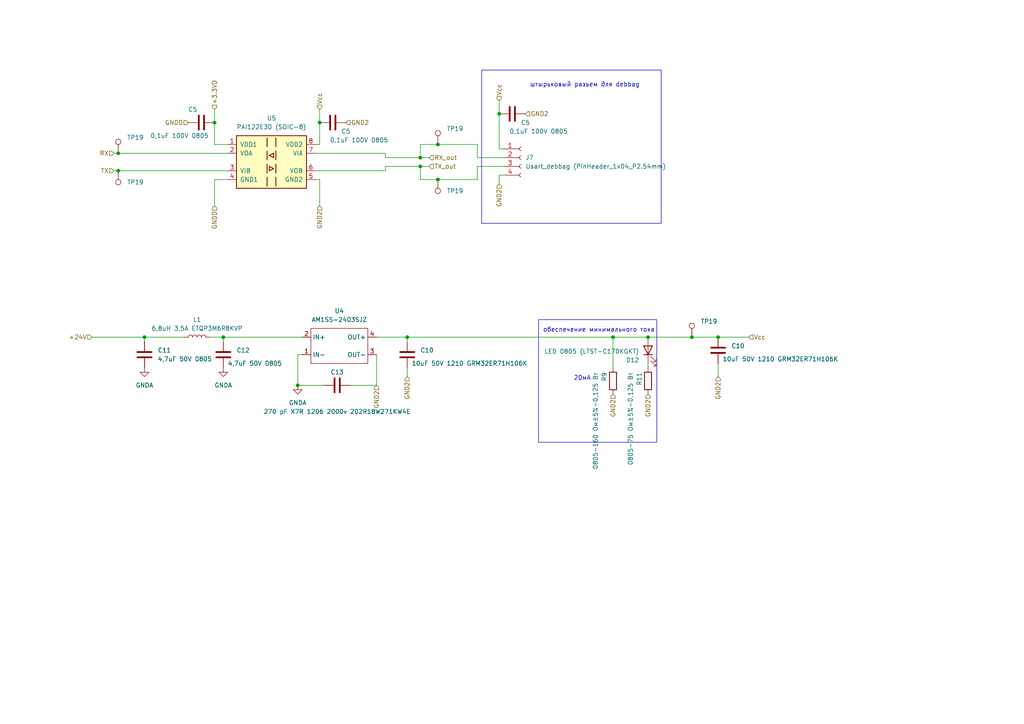
<source format=kicad_sch>
(kicad_sch (version 20230121) (generator eeschema)
  (paper "A4")
  (lib_symbols
    (symbol "Connector:Conn_01x04_Socket" (pin_names (offset 1.016) hide)
      (property "Reference" "J" (at 0 5.08 0))
      (property "Value" "Conn_01x04_Socket" (at 0 -7.62 0))
      (symbol "Conn_01x04_Socket_1_1"
        (arc (start 0 -4.572) (mid -0.5058 -5.08) (end 0 -5.588) (stroke (width 0.1524)))
        (arc (start 0 -2.032) (mid -0.5058 -2.54) (end 0 -3.048) (stroke (width 0.1524)))
        (polyline (pts (xy -1.27 -5.08) (xy -0.508 -5.08)) (stroke (width 0.1524)))
        (polyline (pts (xy -1.27 -2.54) (xy -0.508 -2.54)) (stroke (width 0.1524)))
        (polyline (pts (xy -1.27 0) (xy -0.508 0)) (stroke (width 0.1524)))
        (polyline (pts (xy -1.27 2.54) (xy -0.508 2.54)) (stroke (width 0.1524)))
        (arc (start 0 0.508) (mid -0.5058 0) (end 0 -0.508) (stroke (width 0.1524)))
        (arc (start 0 3.048) (mid -0.5058 2.54) (end 0 2.032) (stroke (width 0.1524)))
        (pin passive line (at -5.08 2.54 0) (length 3.81) (name "Pin_1") (number "1"))
        (pin passive line (at -5.08 0 0) (length 3.81) (name "Pin_2") (number "2"))
        (pin passive line (at -5.08 -2.54 0) (length 3.81) (name "Pin_3") (number "3"))
        (pin passive line (at -5.08 -5.08 0) (length 3.81) (name "Pin_4") (number "4"))
      )
    )
    (symbol "Connector:TestPoint" (pin_numbers hide) (pin_names (offset 0.762) hide)
      (property "Reference" "TP" (at 0 6.858 0))
      (property "Value" "TestPoint" (at 0 5.08 0))
      (symbol "TestPoint_0_1"
        (circle (center 0 3.302) (radius 0.762))
      )
      (symbol "TestPoint_1_1"
        (pin passive line (at 0 0 90) (length 2.54) (name "1") (number "1"))
      )
    )
    (symbol "Converter_DCDC:AM1SS-"
      (property "Reference" "U" (at -1.27 2.54 0))
      (property "Value" "AM1SS-" (at 0 0 0))
      (symbol "AM1SS-_0_1"
        (rectangle (start -6.35 -2.54) (end 10.16 -12.7))
      )
      (symbol "AM1SS-_1_1"
        (pin input line (at -8.89 -5.08 0) (length 2.56) (name "IN-") (number "1"))
        (pin input line (at -8.89 -10.16 0) (length 2.56) (name "IN+") (number "2"))
        (pin output line (at 12.7 -5.08 180) (length 2.56) (name "OUT-") (number "3"))
        (pin output line (at 12.7 -10.16 180) (length 2.56) (name "OUT+") (number "4"))
      )
    )
    (symbol "Device:C" (pin_numbers hide) (pin_names (offset 0.254))
      (property "Reference" "C" (at 0.635 2.54 0))
      (property "Value" "C" (at 0.635 -2.54 0))
      (symbol "C_0_1"
        (polyline (pts (xy -2.032 -0.762) (xy 2.032 -0.762)) (stroke (width 0.508)))
        (polyline (pts (xy -2.032 0.762) (xy 2.032 0.762)) (stroke (width 0.508)))
      )
      (symbol "C_1_1"
        (pin passive line (at 0 3.81 270) (length 2.794) (name "~") (number "1"))
        (pin passive line (at 0 -3.81 90) (length 2.794) (name "~") (number "2"))
      )
    )
    (symbol "Device:L" (pin_numbers hide) (pin_names (offset 1.016) hide)
      (property "Reference" "L" (at -1.27 0 90))
      (property "Value" "L" (at 1.905 0 90))
      (symbol "L_0_1"
        (arc (start 0 -2.54) (mid 0.6323 -1.905) (end 0 -1.27))
        (arc (start 0 -1.27) (mid 0.6323 -0.635) (end 0 0))
        (arc (start 0 0) (mid 0.6323 0.635) (end 0 1.27))
        (arc (start 0 1.27) (mid 0.6323 1.905) (end 0 2.54))
      )
      (symbol "L_1_1"
        (pin passive line (at 0 3.81 270) (length 1.27) (name "1") (number "1"))
        (pin passive line (at 0 -3.81 90) (length 1.27) (name "2") (number "2"))
      )
    )
    (symbol "Device:LED" (pin_numbers hide) (pin_names (offset 1.016) hide)
      (property "Reference" "D" (at 0 2.54 0))
      (property "Value" "LED" (at 0 -2.54 0))
      (symbol "LED_0_1"
        (polyline (pts (xy -1.27 -1.27) (xy -1.27 1.27)) (stroke (width 0.254)))
        (polyline (pts (xy -1.27 0) (xy 1.27 0)))
        (polyline (pts (xy 1.27 -1.27) (xy 1.27 1.27) (xy -1.27 0) (xy 1.27 -1.27)) (stroke (width 0.254)))
        (polyline (pts (xy -3.048 -0.762) (xy -4.572 -2.286) (xy -3.81 -2.286) (xy -4.572 -2.286) (xy -4.572 -1.524)))
        (polyline (pts (xy -1.778 -0.762) (xy -3.302 -2.286) (xy -2.54 -2.286) (xy -3.302 -2.286) (xy -3.302 -1.524)))
      )
      (symbol "LED_1_1"
        (pin passive line (at -3.81 0 0) (length 2.54) (name "K") (number "1"))
        (pin passive line (at 3.81 0 180) (length 2.54) (name "A") (number "2"))
      )
    )
    (symbol "Device:R" (pin_numbers hide) (pin_names (offset 0))
      (property "Reference" "R" (at 2.032 0 90))
      (property "Value" "R" (at 0 0 90))
      (symbol "R_0_1"
        (rectangle (start -1.016 -2.54) (end 1.016 2.54) (stroke (width 0.254)))
      )
      (symbol "R_1_1"
        (pin passive line (at 0 3.81 270) (length 1.27) (name "~") (number "1"))
        (pin passive line (at 0 -3.81 90) (length 1.27) (name "~") (number "2"))
      )
    )
    (symbol "Isolator:Pai122E3X" (pin_names (offset 1.016))
      (property "Reference" "U" (at -10.16 8.89 0))
      (property "Value" "Pai122E3X" (at -2.032 8.89 0))
      (symbol "Pai122E3X_0_1"
        (rectangle (start -10.16 7.62) (end 10.16 -7.62) (stroke (width 0.254)) (fill (type background)))
        (polyline (pts (xy -1.27 -4.445) (xy -1.27 -6.985)) (stroke (width 0.254)))
        (polyline (pts (xy -1.27 -0.635) (xy -1.27 -3.175)) (stroke (width 0.254)))
        (polyline (pts (xy -1.27 3.175) (xy -1.27 0.635)) (stroke (width 0.254)))
        (polyline (pts (xy -1.27 6.985) (xy -1.27 4.445)) (stroke (width 0.254)))
        (polyline (pts (xy 1.27 -4.445) (xy 1.27 -6.985)) (stroke (width 0.254)))
        (polyline (pts (xy 1.27 -0.635) (xy 1.27 -3.175)) (stroke (width 0.254)))
        (polyline (pts (xy 1.27 3.175) (xy 1.27 0.635)) (stroke (width 0.254)))
        (polyline (pts (xy 1.27 6.985) (xy 1.27 4.445)) (stroke (width 0.254)))
        (polyline (pts (xy -0.635 -1.27) (xy -0.635 -2.54) (xy 0.635 -1.905) (xy -0.635 -1.27)) (stroke (width 0.254)))
        (polyline (pts (xy 0.635 2.54) (xy 0.635 1.27) (xy -0.635 1.905) (xy 0.635 2.54)) (stroke (width 0.254)))
      )
      (symbol "Pai122E3X_1_1"
        (pin power_in line (at -12.7 5.08 0) (length 2.54) (name "VDD1") (number "1"))
        (pin output line (at -12.7 2.54 0) (length 2.54) (name "VOA") (number "2"))
        (pin input line (at -12.7 -2.54 0) (length 2.54) (name "VIB") (number "3"))
        (pin power_in line (at -12.7 -5.08 0) (length 2.54) (name "GND1") (number "4"))
        (pin power_in line (at 12.7 -5.08 180) (length 2.54) (name "GND2") (number "5"))
        (pin output line (at 12.7 -2.54 180) (length 2.54) (name "VOB") (number "6"))
        (pin input line (at 12.7 2.54 180) (length 2.54) (name "VIA") (number "7"))
        (pin power_in line (at 12.7 5.08 180) (length 2.54) (name "VDD2") (number "8"))
      )
    )
    (symbol "PCM_4ms_Power-symbol:GNDA" (power) (pin_numbers hide) (pin_names (offset 0) hide)
      (property "Value" "GNDA" (at 0 -3.81 0))
      (symbol "GNDA_0_1"
        (polyline (pts (xy 0 0) (xy 0 -1.27) (xy 1.27 -1.27) (xy 0 -2.54) (xy -1.27 -1.27) (xy 0 -1.27)))
      )
      (symbol "GNDA_1_1"
        (pin power_in line (at 0 0 270) (length 0) hide (name "GNDA") (number "1"))
      )
    )
  )
  (junction (at 86.36 111.76))
  (junction (at 144.78 33.02))
  (junction (at 121.92 48.26))
  (junction (at 92.71 35.56))
  (junction (at 208.28 97.79))
  (junction (at 187.96 97.79))
  (junction (at 41.91 97.79))
  (junction (at 177.8 97.79))
  (junction (at 34.29 49.53))
  (junction (at 62.23 35.56))
  (junction (at 127 41.91))
  (junction (at 121.92 45.72))
  (junction (at 34.29 44.45))
  (junction (at 127 52.07))
  (junction (at 64.77 97.79))
  (junction (at 118.11 97.79))
  (junction (at 200.66 97.79))
  (wire (pts (xy 86.36 102.87) (xy 86.36 111.76)))
  (wire (pts (xy 109.22 97.79) (xy 118.11 97.79)))
  (wire (pts (xy 187.96 97.79) (xy 177.8 97.79)))
  (wire (pts (xy 144.78 50.8) (xy 144.78 53.34)))
  (wire (pts (xy 92.71 35.56) (xy 92.71 41.91)))
  (wire (pts (xy 34.29 49.53) (xy 66.04 49.53)))
  (wire (pts (xy 187.96 106.68) (xy 187.96 105.41)))
  (wire (pts (xy 111.76 44.45) (xy 111.76 45.72)))
  (wire (pts (xy 138.43 52.07) (xy 127 52.07)))
  (wire (pts (xy 127 41.91) (xy 121.92 41.91)))
  (wire (pts (xy 146.05 50.8) (xy 144.78 50.8)))
  (wire (pts (xy 86.36 111.76) (xy 93.98 111.76)))
  (wire (pts (xy 66.04 52.07) (xy 62.23 52.07)))
  (wire (pts (xy 33.02 49.53) (xy 34.29 49.53)))
  (wire (pts (xy 217.17 97.79) (xy 208.28 97.79)))
  (wire (pts (xy 91.44 52.07) (xy 92.71 52.07)))
  (wire (pts (xy 109.22 102.87) (xy 109.22 111.76)))
  (wire (pts (xy 127 52.07) (xy 121.92 52.07)))
  (wire (pts (xy 111.76 48.26) (xy 121.92 48.26)))
  (wire (pts (xy 111.76 45.72) (xy 121.92 45.72)))
  (wire (pts (xy 62.23 41.91) (xy 66.04 41.91)))
  (wire (pts (xy 101.6 111.76) (xy 109.22 111.76)))
  (wire (pts (xy 177.8 106.68) (xy 177.8 97.79)))
  (wire (pts (xy 91.44 41.91) (xy 92.71 41.91)))
  (wire (pts (xy 121.92 48.26) (xy 121.92 52.07)))
  (wire (pts (xy 34.29 44.45) (xy 66.04 44.45)))
  (wire (pts (xy 62.23 31.75) (xy 62.23 35.56)))
  (wire (pts (xy 200.66 97.79) (xy 208.28 97.79)))
  (wire (pts (xy 146.05 45.72) (xy 138.43 45.72)))
  (wire (pts (xy 118.11 99.06) (xy 118.11 97.79)))
  (wire (pts (xy 121.92 48.26) (xy 124.46 48.26)))
  (wire (pts (xy 64.77 97.79) (xy 87.63 97.79)))
  (wire (pts (xy 138.43 41.91) (xy 127 41.91)))
  (wire (pts (xy 26.67 97.79) (xy 41.91 97.79)))
  (wire (pts (xy 62.23 52.07) (xy 62.23 59.69)))
  (wire (pts (xy 92.71 52.07) (xy 92.71 59.69)))
  (wire (pts (xy 41.91 97.79) (xy 53.34 97.79)))
  (wire (pts (xy 91.44 49.53) (xy 111.76 49.53)))
  (wire (pts (xy 92.71 31.75) (xy 92.71 35.56)))
  (wire (pts (xy 118.11 106.68) (xy 118.11 109.22)))
  (wire (pts (xy 64.77 99.06) (xy 64.77 97.79)))
  (wire (pts (xy 144.78 29.21) (xy 144.78 33.02)))
  (wire (pts (xy 144.78 33.02) (xy 144.78 43.18)))
  (wire (pts (xy 146.05 48.26) (xy 138.43 48.26)))
  (wire (pts (xy 91.44 44.45) (xy 111.76 44.45)))
  (wire (pts (xy 208.28 105.41) (xy 208.28 109.22)))
  (wire (pts (xy 118.11 97.79) (xy 177.8 97.79)))
  (wire (pts (xy 33.02 44.45) (xy 34.29 44.45)))
  (wire (pts (xy 138.43 48.26) (xy 138.43 52.07)))
  (wire (pts (xy 144.78 43.18) (xy 146.05 43.18)))
  (wire (pts (xy 60.96 97.79) (xy 64.77 97.79)))
  (wire (pts (xy 121.92 41.91) (xy 121.92 45.72)))
  (wire (pts (xy 41.91 99.06) (xy 41.91 97.79)))
  (wire (pts (xy 187.96 97.79) (xy 200.66 97.79)))
  (wire (pts (xy 121.92 45.72) (xy 124.46 45.72)))
  (wire (pts (xy 138.43 45.72) (xy 138.43 41.91)))
  (wire (pts (xy 62.23 35.56) (xy 62.23 41.91)))
  (wire (pts (xy 111.76 49.53) (xy 111.76 48.26)))
  (wire (pts (xy 87.63 102.87) (xy 86.36 102.87)))
  (rectangle (start 156.21 92.71) (end 190.5 128.27))
  (rectangle (start 139.7 20.32) (end 191.77 64.77))
  (text "20мА" (at 166.37 110.49 0) (effects (font (size 1.27 1.27)) (justify left bottom)))
  (text "штырьковый разъем для debbag" (at 153.67 25.4 0) (effects (font (size 1.27 1.27)) (justify left bottom)))
  (text "обеспечение минимального тока" (at 157.48 96.52 0) (effects (font (size 1.27 1.27)) (justify left bottom)))
  (hierarchical_label "TX_out" (shape input) (at 124.46 48.26 0))
  (hierarchical_label "GND2" (shape input) (at 187.96 114.3 270))
  (hierarchical_label "GNDD" (shape input) (at 62.23 59.69 270))
  (hierarchical_label "+3.3VD" (shape input) (at 62.23 31.75 90))
  (hierarchical_label "GND2" (shape input) (at 208.28 109.22 270))
  (hierarchical_label "TX" (shape input) (at 33.02 49.53 180))
  (hierarchical_label "Vcc" (shape input) (at 144.78 29.21 90))
  (hierarchical_label "GND2" (shape input) (at 118.11 109.22 270))
  (hierarchical_label "GND2" (shape input) (at 92.71 59.69 270))
  (hierarchical_label "Vcc" (shape input) (at 217.17 97.79 0))
  (hierarchical_label "RX_out" (shape input) (at 124.46 45.72 0))
  (hierarchical_label "+24V" (shape input) (at 26.67 97.79 180))
  (hierarchical_label "GND2" (shape input) (at 152.4 33.02 0))
  (hierarchical_label "GND2" (shape input) (at 100.33 35.56 0))
  (hierarchical_label "GND2" (shape input) (at 109.22 111.76 270))
  (hierarchical_label "Vcc" (shape input) (at 92.71 31.75 90))
  (hierarchical_label "RX" (shape input) (at 33.02 44.45 180))
  (hierarchical_label "GND2" (shape input) (at 177.8 114.3 270))
  (hierarchical_label "GND2" (shape input) (at 144.78 53.34 270))
  (hierarchical_label "GNDD" (shape input) (at 54.61 35.56 180))
  (symbol (lib_id "Connector:TestPoint") (at 34.29 49.53 180) (unit 1) (in_bom no)
    (property "Reference" "TP19" (at 36.83 52.832 0) (effects (justify right)))
    (property "Value" "TestPoint" (effects hide))
    (property "Footprint" "PCM_4ms_TestPoint:TestPoint_D1" (effects hide))
    (instances (project "Плата симистров" (path "" (reference "TP19") (unit 1))) (project "Плата QR" (path "" (reference "TP1") (unit 1)) (path "" (reference "TP14") (unit 1)) (path "" (reference "TP15") (unit 1))) (project "Плата внешних шаговых двигателей" (path "" (reference "TP21") (unit 1)) (path "" (reference "TP5") (unit 1))))
  )
  (symbol (lib_id "Device:C") (at 118.11 102.87 0) (unit 1)
    (property "Reference" "C10" (at 121.92 101.6 0) (effects (justify left)))
    (property "Value" "10uF 50V 1210 GRM32ER71H106K" (at 119.38 105.41 0) (effects (justify left)))
    (property "Footprint" "PCM_Capacitor_SMD_AKL:C_1210_3225Metric_Pad1.42x2.65mm_HandSolder" (effects hide))
    (instances (project "Плата симистров" (path "" (reference "C10") (unit 1))) (project "Плата QR" (path "" (reference "C10") (unit 1)) (path "" (reference "C19") (unit 1)) (path "" (reference "C23") (unit 1))) (project "Плата внешних шаговых двигателей" (path "" (reference "C10") (unit 1))))
  )
  (symbol (lib_id "Device:C") (at 96.52 35.56 270) (unit 1)
    (property "Reference" "C5" (at 100.33 38.1 90))
    (property "Value" "0,1uF 100V 0805" (at 104.14 40.64 90))
    (property "Footprint" "PCM_Capacitor_SMD_AKL:C_0805_2012Metric_Pad1.18x1.45mm_HandSolder" (effects hide))
    (instances (project "Плата симистров" (path "" (reference "C5") (unit 1))) (project "Плата QR" (path "" (reference "C5") (unit 1)) (path "" (reference "C17") (unit 1)) (path "" (reference "C18") (unit 1))) (project "Плата внешних шаговых двигателей" (path "" (reference "C5") (unit 1))))
  )
  (symbol (lib_id "Connector:TestPoint") (at 34.29 44.45 0) (unit 1) (in_bom no)
    (property "Reference" "TP19" (at 36.83 39.878 0) (effects (justify left)))
    (property "Value" "TestPoint" (effects hide))
    (property "Footprint" "PCM_4ms_TestPoint:TestPoint_D1" (effects hide))
    (instances (project "Плата симистров" (path "" (reference "TP19") (unit 1))) (project "Плата QR" (path "" (reference "TP1") (unit 1)) (path "" (reference "TP12") (unit 1)) (path "" (reference "TP13") (unit 1))) (project "Плата внешних шаговых двигателей" (path "" (reference "TP21") (unit 1)) (path "" (reference "TP5") (unit 1))))
  )
  (symbol (lib_id "PCM_4ms_Power-symbol:GNDA") (at 64.77 106.68 0) (unit 1)
    (property "Reference" "#PWR028" (effects hide))
    (property "Value" "GNDA" (at 64.77 111.76 0))
    (instances (project "Плата симистров" (path "" (reference "#PWR028") (unit 1))) (project "Плата QR" (path "" (reference "#PWR028") (unit 1)) (path "" (reference "#PWR038") (unit 1)) (path "" (reference "#PWR045") (unit 1))) (project "Плата внешних шаговых двигателей" (path "" (reference "#PWR040") (unit 1))))
  )
  (symbol (lib_id "PCM_4ms_Power-symbol:GNDA") (at 86.36 111.76 0) (unit 1)
    (property "Reference" "#PWR030" (effects hide))
    (property "Value" "GNDA" (at 86.36 116.84 0))
    (instances (project "Плата симистров" (path "" (reference "#PWR030") (unit 1))) (project "Плата QR" (path "" (reference "#PWR030") (unit 1)) (path "" (reference "#PWR040") (unit 1)) (path "" (reference "#PWR047") (unit 1))) (project "Плата внешних шаговых двигателей" (path "" (reference "#PWR042") (unit 1))))
  )
  (symbol (lib_id "Device:C") (at 64.77 102.87 0) (unit 1)
    (property "Reference" "C12" (at 68.58 101.6 0) (effects (justify left)))
    (property "Value" "4,7uF 50V 0805" (at 66.04 105.41 0) (effects (justify left)))
    (property "Footprint" "PCM_Capacitor_SMD_AKL:C_0805_2012Metric_Pad1.18x1.45mm_HandSolder" (effects hide))
    (instances (project "Плата симистров" (path "" (reference "C12") (unit 1))) (project "Плата QR" (path "" (reference "C12") (unit 1)) (path "" (reference "C21") (unit 1)) (path "" (reference "C25") (unit 1))) (project "Плата внешних шаговых двигателей" (path "" (reference "C12") (unit 1))))
  )
  (symbol (lib_id "Connector:TestPoint") (at 127 41.91 0) (unit 1) (in_bom no)
    (property "Reference" "TP19" (at 129.54 37.338 0) (effects (justify left)))
    (property "Value" "TestPoint" (effects hide))
    (property "Footprint" "PCM_4ms_TestPoint:TestPoint_D1" (effects hide))
    (instances (project "Плата симистров" (path "" (reference "TP19") (unit 1))) (project "Плата QR" (path "" (reference "TP1") (unit 1)) (path "" (reference "TP16") (unit 1)) (path "" (reference "TP17") (unit 1))) (project "Плата внешних шаговых двигателей" (path "" (reference "TP21") (unit 1)) (path "" (reference "TP5") (unit 1))))
  )
  (symbol (lib_id "PCM_4ms_Power-symbol:GNDA") (at 41.91 106.68 0) (unit 1)
    (property "Reference" "#PWR027" (effects hide))
    (property "Value" "GNDA" (at 41.91 111.76 0))
    (instances (project "Плата симистров" (path "" (reference "#PWR027") (unit 1))) (project "Плата QR" (path "" (reference "#PWR027") (unit 1)) (path "" (reference "#PWR037") (unit 1)) (path "" (reference "#PWR044") (unit 1))) (project "Плата внешних шаговых двигателей" (path "" (reference "#PWR039") (unit 1))))
  )
  (symbol (lib_id "Device:C") (at 97.79 111.76 90) (unit 1)
    (property "Reference" "C13" (at 97.79 107.95 90))
    (property "Value" "270 pF X7R 1206 2000v 202R18W271KW4E" (at 97.79 119.38 90))
    (property "Footprint" "PCM_Capacitor_SMD_Handsoldering_AKL:C_1210_3225Metric_Pad1.42x2.65mm" (effects hide))
    (instances (project "Плата симистров" (path "" (reference "C13") (unit 1))) (project "Плата QR" (path "" (reference "C13") (unit 1)) (path "" (reference "C22") (unit 1)) (path "" (reference "C26") (unit 1))) (project "Плата внешних шаговых двигателей" (path "" (reference "C13") (unit 1))))
  )
  (symbol (lib_id "Device:C") (at 148.59 33.02 270) (unit 1)
    (property "Reference" "C5" (at 152.4 35.56 90))
    (property "Value" "0,1uF 100V 0805" (at 156.21 38.1 90))
    (property "Footprint" "PCM_Capacitor_SMD_AKL:C_0805_2012Metric_Pad1.18x1.45mm_HandSolder" (effects hide))
    (instances (project "Плата симистров" (path "" (reference "C5") (unit 1))) (project "Плата QR" (path "" (reference "C5") (unit 1)) (path "" (reference "C37") (unit 1)) (path "" (reference "C38") (unit 1))) (project "Плата внешних шаговых двигателей" (path "" (reference "C5") (unit 1))))
  )
  (symbol (lib_id "Device:R") (at 177.8 110.49 180) (unit 1)
    (property "Reference" "R9" (at 175.26 107.95 90) (effects (justify left)))
    (property "Value" "0805-160 Ом±5%-0,125 Вт" (at 172.72 107.95 90) (effects (justify left)))
    (property "Footprint" "Resistor_SMD:R_0805_2012Metric_Pad1.20x1.40mm_HandSolder" (effects hide))
    (instances (project "Плата QR" (path "" (reference "R9") (unit 1)) (path "" (reference "R10") (unit 1))))
  )
  (symbol (lib_id "Connector:TestPoint") (at 127 52.07 180) (unit 1) (in_bom no)
    (property "Reference" "TP19" (at 129.54 55.372 0) (effects (justify right)))
    (property "Value" "TestPoint" (effects hide))
    (property "Footprint" "PCM_4ms_TestPoint:TestPoint_D1" (effects hide))
    (instances (project "Плата симистров" (path "" (reference "TP19") (unit 1))) (project "Плата QR" (path "" (reference "TP1") (unit 1)) (path "" (reference "TP18") (unit 1)) (path "" (reference "TP19") (unit 1))) (project "Плата внешних шаговых двигателей" (path "" (reference "TP21") (unit 1)) (path "" (reference "TP5") (unit 1))))
  )
  (symbol (lib_id "Connector:TestPoint") (at 200.66 97.79 0) (unit 1) (in_bom no)
    (property "Reference" "TP19" (at 203.2 93.218 0) (effects (justify left)))
    (property "Value" "TestPoint" (effects hide))
    (property "Footprint" "PCM_4ms_TestPoint:TestPoint_D1" (effects hide))
    (instances (project "Плата симистров" (path "" (reference "TP19") (unit 1))) (project "Плата QR" (path "" (reference "TP1") (unit 1)) (path "" (reference "TP10") (unit 1)) (path "" (reference "TP11") (unit 1))) (project "Плата внешних шаговых двигателей" (path "" (reference "TP21") (unit 1)) (path "" (reference "TP5") (unit 1))))
  )
  (symbol (lib_id "Device:C") (at 41.91 102.87 0) (unit 1)
    (property "Reference" "C11" (at 45.72 101.6 0) (effects (justify left)))
    (property "Value" "4,7uF 50V 0805" (at 45.72 104.14 0) (effects (justify left)))
    (property "Footprint" "PCM_Capacitor_SMD_AKL:C_0805_2012Metric_Pad1.18x1.45mm_HandSolder" (effects hide))
    (instances (project "Плата симистров" (path "" (reference "C11") (unit 1))) (project "Плата QR" (path "" (reference "C11") (unit 1)) (path "" (reference "C20") (unit 1)) (path "" (reference "C24") (unit 1))) (project "Плата внешних шаговых двигателей" (path "" (reference "C11") (unit 1))))
  )
  (symbol (lib_id "Device:C") (at 58.42 35.56 90) (unit 1)
    (property "Reference" "C5" (at 55.88 31.75 90))
    (property "Value" "0,1uF 100V 0805" (at 52.07 39.37 90))
    (property "Footprint" "PCM_Capacitor_SMD_AKL:C_0805_2012Metric_Pad1.18x1.45mm_HandSolder" (effects hide))
    (instances (project "Плата симистров" (path "" (reference "C5") (unit 1))) (project "Плата QR" (path "" (reference "C5") (unit 1)) (path "" (reference "C15") (unit 1)) (path "" (reference "C16") (unit 1))) (project "Плата внешних шаговых двигателей" (path "" (reference "C5") (unit 1))))
  )
  (symbol (lib_id "Device:L") (at 57.15 97.79 90) (unit 1)
    (property "Reference" "L1" (at 57.15 92.71 90))
    (property "Value" "6,8uH 3,5A ETQP3M6R8KVP" (at 57.15 95.25 90))
    (property "Footprint" "PCM_Inductor_SMD_Handsoldering_AKL:L_Bourns-SRN6028" (effects hide))
    (instances (project "Плата симистров" (path "" (reference "L1") (unit 1))) (project "Плата QR" (path "" (reference "L1") (unit 1)) (path "" (reference "L2") (unit 1)) (path "" (reference "L3") (unit 1))) (project "Плата внешних шаговых двигателей" (path "" (reference "L1") (unit 1))))
  )
  (symbol (lib_id "Device:R") (at 187.96 110.49 180) (unit 1)
    (property "Reference" "R11" (at 185.42 107.95 90) (effects (justify left)))
    (property "Value" "0805-75 Ом±5%-0,125 Вт" (at 182.88 107.95 90) (effects (justify left)))
    (property "Footprint" "Resistor_SMD:R_0805_2012Metric_Pad1.20x1.40mm_HandSolder" (effects hide))
    (instances (project "Плата QR" (path "" (reference "R11") (unit 1)) (path "" (reference "R12") (unit 1))))
  )
  (symbol (lib_id "Converter_DCDC:AM1SS-") (at 96.52 107.95 0) (mirror x) (unit 1)
    (property "Reference" "U4" (at 98.425 90.17 0))
    (property "Value" "AM1SS-2403SJZ" (at 98.425 92.71 0))
    (property "Footprint" "Converter_DCDC:Converter_DCDC_Murata_MEE3SxxxxSC_THT" (effects hide))
    (property "Datasheet" "https://www.aimtec.com/site/Aimtec/files/Datasheet/HighResolution/am1ss-jz.pdf" (effects hide))
    (instances (project "Плата симистров" (path "" (reference "U4") (unit 1))) (project "Плата QR" (path "" (reference "U4") (unit 1)) (path "" (reference "U7") (unit 1)) (path "" (reference "U8") (unit 1))) (project "Плата внешних шаговых двигателей" (path "" (reference "U5") (unit 1))))
  )
  (symbol (lib_id "Isolator:Pai122E3X") (at 78.74 46.99 0) (unit 1)
    (property "Reference" "U5" (at 78.74 34.29 0))
    (property "Value" "PAI122E30 (SOIC-8)" (at 78.74 36.83 0))
    (property "Footprint" "Package_SO:SOIC-8_3.9x4.9mm_P1.27mm" (effects hide))
    (property "Datasheet" "https://www.lcsc.com/datasheet/lcsc_datasheet_2403271200_2Pai-Semi--122E30Q_C6807835.pdf" (effects hide))
    (instances (project "Плата QR" (path "" (reference "U5") (unit 1)) (path "" (reference "U6") (unit 1))))
  )
  (symbol (lib_id "Device:LED") (at 187.96 101.6 90) (unit 1)
    (property "Reference" "D12" (at 185.42 104.4575 90) (effects (justify left)))
    (property "Value" "LED 0805 (LTST-C170KGKT)" (at 185.42 101.9175 90) (effects (justify left)))
    (property "Footprint" "LED_SMD:LED_0805_2012Metric_Pad1.15x1.40mm_HandSolder" (effects hide))
    (instances (project "Материнская плата" (path "" (reference "D12") (unit 1)) (path "" (reference "D14") (unit 1))) (project "Плата QR" (path "" (reference "D3") (unit 1)) (path "" (reference "D4") (unit 1))))
  )
  (symbol (lib_id "Connector:Conn_01x04_Socket") (at 151.13 45.72 0) (unit 1)
    (property "Reference" "J7" (at 152.4 45.72 0) (effects (justify left)))
    (property "Value" "Usart_debbag (PinHeader_1x04_P2.54mm)" (at 152.4 48.26 0) (effects (justify left)))
    (property "Footprint" "Connector_PinHeader_2.54mm:PinHeader_1x04_P2.54mm_Vertical" (effects hide))
    (instances (project "Плата QR" (path "" (reference "J7") (unit 1)) (path "" (reference "J8") (unit 1))))
  )
  (symbol (lib_id "Device:C") (at 208.28 101.6 0) (unit 1)
    (property "Reference" "C10" (at 212.09 100.33 0) (effects (justify left)))
    (property "Value" "10uF 50V 1210 GRM32ER71H106K" (at 209.55 104.14 0) (effects (justify left)))
    (property "Footprint" "PCM_Capacitor_SMD_AKL:C_1210_3225Metric_Pad1.42x2.65mm_HandSolder" (effects hide))
    (instances (project "Плата симистров" (path "" (reference "C10") (unit 1))) (project "Плата QR" (path "" (reference "C10") (unit 1)) (path "" (reference "C35") (unit 1)) (path "" (reference "C36") (unit 1))) (project "Плата внешних шаговых двигателей" (path "" (reference "C10") (unit 1))))
  )
)
</source>
